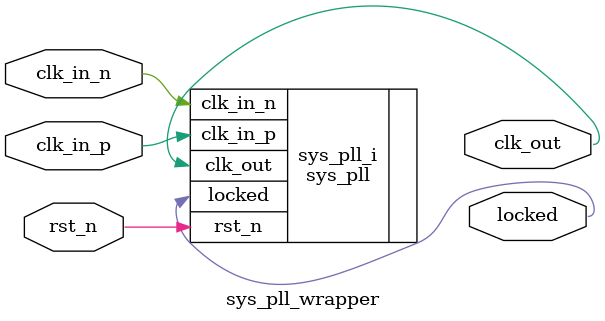
<source format=v>
`timescale 1 ps / 1 ps

module sys_pll_wrapper
   (clk_in_n,
    clk_in_p,
    clk_out,
    locked,
    rst_n);
  input clk_in_n;
  input clk_in_p;
  output clk_out;
  output locked;
  input rst_n;

  wire clk_in_n;
  wire clk_in_p;
  wire clk_out;
  wire locked;
  wire rst_n;

  sys_pll sys_pll_i
       (.clk_in_n(clk_in_n),
        .clk_in_p(clk_in_p),
        .clk_out(clk_out),
        .locked(locked),
        .rst_n(rst_n));
endmodule

</source>
